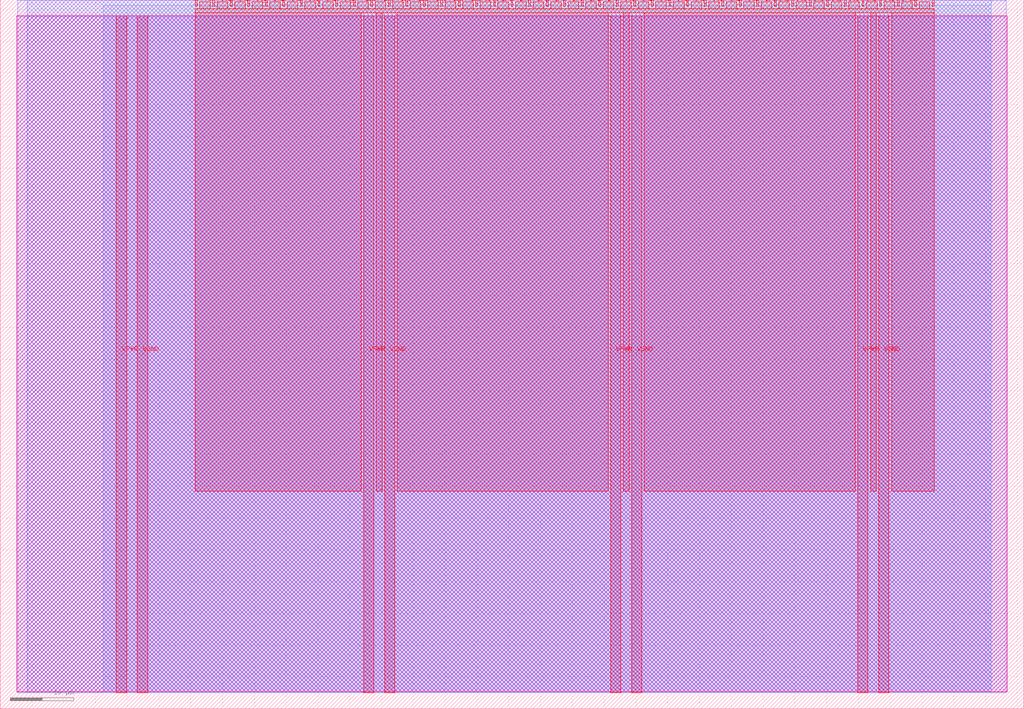
<source format=lef>
VERSION 5.7 ;
  NOWIREEXTENSIONATPIN ON ;
  DIVIDERCHAR "/" ;
  BUSBITCHARS "[]" ;
MACRO tt_um_attention_top
  CLASS BLOCK ;
  FOREIGN tt_um_attention_top ;
  ORIGIN 0.000 0.000 ;
  SIZE 161.000 BY 111.520 ;
  PIN VGND
    DIRECTION INOUT ;
    USE GROUND ;
    PORT
      LAYER met4 ;
        RECT 21.580 2.480 23.180 109.040 ;
    END
    PORT
      LAYER met4 ;
        RECT 60.450 2.480 62.050 109.040 ;
    END
    PORT
      LAYER met4 ;
        RECT 99.320 2.480 100.920 109.040 ;
    END
    PORT
      LAYER met4 ;
        RECT 138.190 2.480 139.790 109.040 ;
    END
  END VGND
  PIN VPWR
    DIRECTION INOUT ;
    USE POWER ;
    PORT
      LAYER met4 ;
        RECT 18.280 2.480 19.880 109.040 ;
    END
    PORT
      LAYER met4 ;
        RECT 57.150 2.480 58.750 109.040 ;
    END
    PORT
      LAYER met4 ;
        RECT 96.020 2.480 97.620 109.040 ;
    END
    PORT
      LAYER met4 ;
        RECT 134.890 2.480 136.490 109.040 ;
    END
  END VPWR
  PIN clk
    DIRECTION INPUT ;
    USE SIGNAL ;
    ANTENNAGATEAREA 0.852000 ;
    PORT
      LAYER met4 ;
        RECT 143.830 110.520 144.130 111.520 ;
    END
  END clk
  PIN ena
    DIRECTION INPUT ;
    USE SIGNAL ;
    PORT
      LAYER met4 ;
        RECT 146.590 110.520 146.890 111.520 ;
    END
  END ena
  PIN rst_n
    DIRECTION INPUT ;
    USE SIGNAL ;
    ANTENNAGATEAREA 0.196500 ;
    PORT
      LAYER met4 ;
        RECT 141.070 110.520 141.370 111.520 ;
    END
  END rst_n
  PIN ui_in[0]
    DIRECTION INPUT ;
    USE SIGNAL ;
    ANTENNAGATEAREA 0.196500 ;
    PORT
      LAYER met4 ;
        RECT 138.310 110.520 138.610 111.520 ;
    END
  END ui_in[0]
  PIN ui_in[1]
    DIRECTION INPUT ;
    USE SIGNAL ;
    ANTENNAGATEAREA 0.196500 ;
    PORT
      LAYER met4 ;
        RECT 135.550 110.520 135.850 111.520 ;
    END
  END ui_in[1]
  PIN ui_in[2]
    DIRECTION INPUT ;
    USE SIGNAL ;
    ANTENNAGATEAREA 0.196500 ;
    PORT
      LAYER met4 ;
        RECT 132.790 110.520 133.090 111.520 ;
    END
  END ui_in[2]
  PIN ui_in[3]
    DIRECTION INPUT ;
    USE SIGNAL ;
    ANTENNAGATEAREA 0.196500 ;
    PORT
      LAYER met4 ;
        RECT 130.030 110.520 130.330 111.520 ;
    END
  END ui_in[3]
  PIN ui_in[4]
    DIRECTION INPUT ;
    USE SIGNAL ;
    ANTENNAGATEAREA 0.196500 ;
    PORT
      LAYER met4 ;
        RECT 127.270 110.520 127.570 111.520 ;
    END
  END ui_in[4]
  PIN ui_in[5]
    DIRECTION INPUT ;
    USE SIGNAL ;
    ANTENNAGATEAREA 0.196500 ;
    PORT
      LAYER met4 ;
        RECT 124.510 110.520 124.810 111.520 ;
    END
  END ui_in[5]
  PIN ui_in[6]
    DIRECTION INPUT ;
    USE SIGNAL ;
    ANTENNAGATEAREA 0.196500 ;
    PORT
      LAYER met4 ;
        RECT 121.750 110.520 122.050 111.520 ;
    END
  END ui_in[6]
  PIN ui_in[7]
    DIRECTION INPUT ;
    USE SIGNAL ;
    ANTENNAGATEAREA 0.159000 ;
    PORT
      LAYER met4 ;
        RECT 118.990 110.520 119.290 111.520 ;
    END
  END ui_in[7]
  PIN uio_in[0]
    DIRECTION INPUT ;
    USE SIGNAL ;
    ANTENNAGATEAREA 0.213000 ;
    PORT
      LAYER met4 ;
        RECT 116.230 110.520 116.530 111.520 ;
    END
  END uio_in[0]
  PIN uio_in[1]
    DIRECTION INPUT ;
    USE SIGNAL ;
    PORT
      LAYER met4 ;
        RECT 113.470 110.520 113.770 111.520 ;
    END
  END uio_in[1]
  PIN uio_in[2]
    DIRECTION INPUT ;
    USE SIGNAL ;
    PORT
      LAYER met4 ;
        RECT 110.710 110.520 111.010 111.520 ;
    END
  END uio_in[2]
  PIN uio_in[3]
    DIRECTION INPUT ;
    USE SIGNAL ;
    ANTENNAGATEAREA 0.196500 ;
    PORT
      LAYER met4 ;
        RECT 107.950 110.520 108.250 111.520 ;
    END
  END uio_in[3]
  PIN uio_in[4]
    DIRECTION INPUT ;
    USE SIGNAL ;
    PORT
      LAYER met4 ;
        RECT 105.190 110.520 105.490 111.520 ;
    END
  END uio_in[4]
  PIN uio_in[5]
    DIRECTION INPUT ;
    USE SIGNAL ;
    PORT
      LAYER met4 ;
        RECT 102.430 110.520 102.730 111.520 ;
    END
  END uio_in[5]
  PIN uio_in[6]
    DIRECTION INPUT ;
    USE SIGNAL ;
    PORT
      LAYER met4 ;
        RECT 99.670 110.520 99.970 111.520 ;
    END
  END uio_in[6]
  PIN uio_in[7]
    DIRECTION INPUT ;
    USE SIGNAL ;
    PORT
      LAYER met4 ;
        RECT 96.910 110.520 97.210 111.520 ;
    END
  END uio_in[7]
  PIN uio_oe[0]
    DIRECTION OUTPUT ;
    USE SIGNAL ;
    PORT
      LAYER met4 ;
        RECT 49.990 110.520 50.290 111.520 ;
    END
  END uio_oe[0]
  PIN uio_oe[1]
    DIRECTION OUTPUT ;
    USE SIGNAL ;
    PORT
      LAYER met4 ;
        RECT 47.230 110.520 47.530 111.520 ;
    END
  END uio_oe[1]
  PIN uio_oe[2]
    DIRECTION OUTPUT ;
    USE SIGNAL ;
    PORT
      LAYER met4 ;
        RECT 44.470 110.520 44.770 111.520 ;
    END
  END uio_oe[2]
  PIN uio_oe[3]
    DIRECTION OUTPUT ;
    USE SIGNAL ;
    PORT
      LAYER met4 ;
        RECT 41.710 110.520 42.010 111.520 ;
    END
  END uio_oe[3]
  PIN uio_oe[4]
    DIRECTION OUTPUT ;
    USE SIGNAL ;
    PORT
      LAYER met4 ;
        RECT 38.950 110.520 39.250 111.520 ;
    END
  END uio_oe[4]
  PIN uio_oe[5]
    DIRECTION OUTPUT ;
    USE SIGNAL ;
    PORT
      LAYER met4 ;
        RECT 36.190 110.520 36.490 111.520 ;
    END
  END uio_oe[5]
  PIN uio_oe[6]
    DIRECTION OUTPUT ;
    USE SIGNAL ;
    PORT
      LAYER met4 ;
        RECT 33.430 110.520 33.730 111.520 ;
    END
  END uio_oe[6]
  PIN uio_oe[7]
    DIRECTION OUTPUT ;
    USE SIGNAL ;
    PORT
      LAYER met4 ;
        RECT 30.670 110.520 30.970 111.520 ;
    END
  END uio_oe[7]
  PIN uio_out[0]
    DIRECTION OUTPUT ;
    USE SIGNAL ;
    PORT
      LAYER met4 ;
        RECT 72.070 110.520 72.370 111.520 ;
    END
  END uio_out[0]
  PIN uio_out[1]
    DIRECTION OUTPUT ;
    USE SIGNAL ;
    PORT
      LAYER met4 ;
        RECT 69.310 110.520 69.610 111.520 ;
    END
  END uio_out[1]
  PIN uio_out[2]
    DIRECTION OUTPUT ;
    USE SIGNAL ;
    ANTENNADIFFAREA 0.445500 ;
    PORT
      LAYER met4 ;
        RECT 66.550 110.520 66.850 111.520 ;
    END
  END uio_out[2]
  PIN uio_out[3]
    DIRECTION OUTPUT ;
    USE SIGNAL ;
    PORT
      LAYER met4 ;
        RECT 63.790 110.520 64.090 111.520 ;
    END
  END uio_out[3]
  PIN uio_out[4]
    DIRECTION OUTPUT ;
    USE SIGNAL ;
    ANTENNAGATEAREA 0.126000 ;
    ANTENNADIFFAREA 0.445500 ;
    PORT
      LAYER met4 ;
        RECT 61.030 110.520 61.330 111.520 ;
    END
  END uio_out[4]
  PIN uio_out[5]
    DIRECTION OUTPUT ;
    USE SIGNAL ;
    PORT
      LAYER met4 ;
        RECT 58.270 110.520 58.570 111.520 ;
    END
  END uio_out[5]
  PIN uio_out[6]
    DIRECTION OUTPUT ;
    USE SIGNAL ;
    PORT
      LAYER met4 ;
        RECT 55.510 110.520 55.810 111.520 ;
    END
  END uio_out[6]
  PIN uio_out[7]
    DIRECTION OUTPUT ;
    USE SIGNAL ;
    PORT
      LAYER met4 ;
        RECT 52.750 110.520 53.050 111.520 ;
    END
  END uio_out[7]
  PIN uo_out[0]
    DIRECTION OUTPUT ;
    USE SIGNAL ;
    ANTENNAGATEAREA 0.247500 ;
    ANTENNADIFFAREA 0.891000 ;
    PORT
      LAYER met4 ;
        RECT 94.150 110.520 94.450 111.520 ;
    END
  END uo_out[0]
  PIN uo_out[1]
    DIRECTION OUTPUT ;
    USE SIGNAL ;
    ANTENNAGATEAREA 0.247500 ;
    ANTENNADIFFAREA 0.891000 ;
    PORT
      LAYER met4 ;
        RECT 91.390 110.520 91.690 111.520 ;
    END
  END uo_out[1]
  PIN uo_out[2]
    DIRECTION OUTPUT ;
    USE SIGNAL ;
    ANTENNAGATEAREA 0.247500 ;
    ANTENNADIFFAREA 0.891000 ;
    PORT
      LAYER met4 ;
        RECT 88.630 110.520 88.930 111.520 ;
    END
  END uo_out[2]
  PIN uo_out[3]
    DIRECTION OUTPUT ;
    USE SIGNAL ;
    ANTENNAGATEAREA 0.126000 ;
    ANTENNADIFFAREA 0.891000 ;
    PORT
      LAYER met4 ;
        RECT 85.870 110.520 86.170 111.520 ;
    END
  END uo_out[3]
  PIN uo_out[4]
    DIRECTION OUTPUT ;
    USE SIGNAL ;
    ANTENNAGATEAREA 0.126000 ;
    ANTENNADIFFAREA 0.891000 ;
    PORT
      LAYER met4 ;
        RECT 83.110 110.520 83.410 111.520 ;
    END
  END uo_out[4]
  PIN uo_out[5]
    DIRECTION OUTPUT ;
    USE SIGNAL ;
    ANTENNAGATEAREA 0.247500 ;
    ANTENNADIFFAREA 0.891000 ;
    PORT
      LAYER met4 ;
        RECT 80.350 110.520 80.650 111.520 ;
    END
  END uo_out[5]
  PIN uo_out[6]
    DIRECTION OUTPUT ;
    USE SIGNAL ;
    ANTENNAGATEAREA 0.247500 ;
    ANTENNADIFFAREA 0.445500 ;
    PORT
      LAYER met4 ;
        RECT 77.590 110.520 77.890 111.520 ;
    END
  END uo_out[6]
  PIN uo_out[7]
    DIRECTION OUTPUT ;
    USE SIGNAL ;
    ANTENNAGATEAREA 0.247500 ;
    ANTENNADIFFAREA 0.445500 ;
    PORT
      LAYER met4 ;
        RECT 74.830 110.520 75.130 111.520 ;
    END
  END uo_out[7]
  OBS
      LAYER nwell ;
        RECT 2.570 2.635 158.430 108.990 ;
      LAYER li1 ;
        RECT 2.760 2.635 158.240 108.885 ;
      LAYER met1 ;
        RECT 2.760 2.480 158.240 111.480 ;
      LAYER met2 ;
        RECT 4.240 2.535 155.850 111.510 ;
      LAYER met3 ;
        RECT 16.165 2.555 155.875 110.665 ;
      LAYER met4 ;
        RECT 31.370 110.120 33.030 111.170 ;
        RECT 34.130 110.120 35.790 111.170 ;
        RECT 36.890 110.120 38.550 111.170 ;
        RECT 39.650 110.120 41.310 111.170 ;
        RECT 42.410 110.120 44.070 111.170 ;
        RECT 45.170 110.120 46.830 111.170 ;
        RECT 47.930 110.120 49.590 111.170 ;
        RECT 50.690 110.120 52.350 111.170 ;
        RECT 53.450 110.120 55.110 111.170 ;
        RECT 56.210 110.120 57.870 111.170 ;
        RECT 58.970 110.120 60.630 111.170 ;
        RECT 61.730 110.120 63.390 111.170 ;
        RECT 64.490 110.120 66.150 111.170 ;
        RECT 67.250 110.120 68.910 111.170 ;
        RECT 70.010 110.120 71.670 111.170 ;
        RECT 72.770 110.120 74.430 111.170 ;
        RECT 75.530 110.120 77.190 111.170 ;
        RECT 78.290 110.120 79.950 111.170 ;
        RECT 81.050 110.120 82.710 111.170 ;
        RECT 83.810 110.120 85.470 111.170 ;
        RECT 86.570 110.120 88.230 111.170 ;
        RECT 89.330 110.120 90.990 111.170 ;
        RECT 92.090 110.120 93.750 111.170 ;
        RECT 94.850 110.120 96.510 111.170 ;
        RECT 97.610 110.120 99.270 111.170 ;
        RECT 100.370 110.120 102.030 111.170 ;
        RECT 103.130 110.120 104.790 111.170 ;
        RECT 105.890 110.120 107.550 111.170 ;
        RECT 108.650 110.120 110.310 111.170 ;
        RECT 111.410 110.120 113.070 111.170 ;
        RECT 114.170 110.120 115.830 111.170 ;
        RECT 116.930 110.120 118.590 111.170 ;
        RECT 119.690 110.120 121.350 111.170 ;
        RECT 122.450 110.120 124.110 111.170 ;
        RECT 125.210 110.120 126.870 111.170 ;
        RECT 127.970 110.120 129.630 111.170 ;
        RECT 130.730 110.120 132.390 111.170 ;
        RECT 133.490 110.120 135.150 111.170 ;
        RECT 136.250 110.120 137.910 111.170 ;
        RECT 139.010 110.120 140.670 111.170 ;
        RECT 141.770 110.120 143.430 111.170 ;
        RECT 144.530 110.120 146.190 111.170 ;
        RECT 30.655 109.440 146.905 110.120 ;
        RECT 30.655 34.175 56.750 109.440 ;
        RECT 59.150 34.175 60.050 109.440 ;
        RECT 62.450 34.175 95.620 109.440 ;
        RECT 98.020 34.175 98.920 109.440 ;
        RECT 101.320 34.175 134.490 109.440 ;
        RECT 136.890 34.175 137.790 109.440 ;
        RECT 140.190 34.175 146.905 109.440 ;
  END
END tt_um_attention_top
END LIBRARY


</source>
